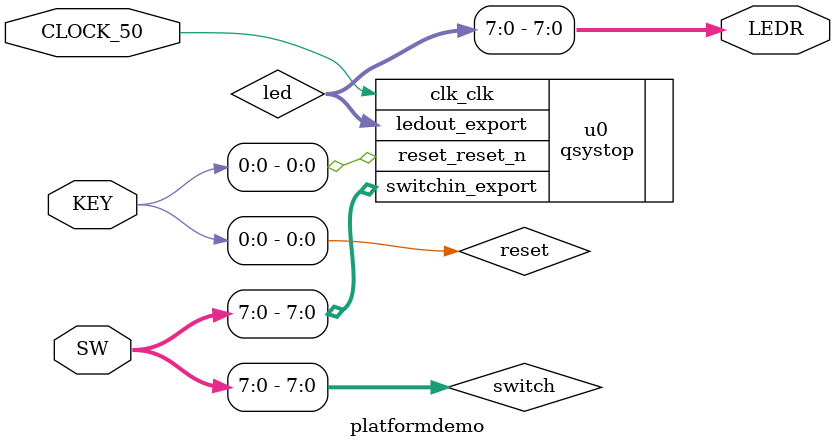
<source format=v>
module platformdemo(
	input 		          		CLOCK_50,
	input 		     [3:0]		KEY,
	output		     [9:0]		LEDR,
	input 		     [9:0]		SW
);

	wire [7:0] led, switch;
	wire reset;
	
	qsystop u0 (
		.clk_clk         (CLOCK_50),
		.reset_reset_n   (reset),
		.ledout_export   (led),
		.switchin_export (switch)
	);

	assign LEDR[7:0] = led;
	assign switch    = SW[7:0];
	assign reset     = KEY[0];

	// quartus_sh --flow compile platformdemo
   // quartus_pgm -m jtag -o "p;platformdemo.sof@2"
	
endmodule

</source>
